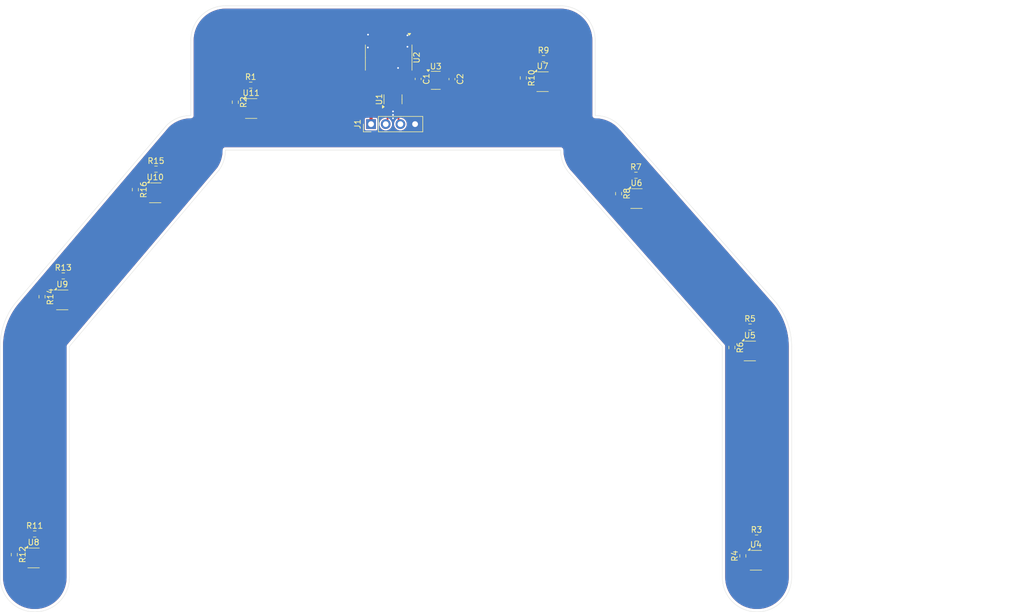
<source format=kicad_pcb>
(kicad_pcb (version 20241229) (generator "pcbnew") (generator_version "9.0")
  (layers (0 "F.Cu" signal) (2 "B.Cu" signal) (13 "F.Paste" user) (15 "B.Paste" user) (5 "F.SilkS" user "F.Silkscreen") (7 "B.SilkS" user "B.Silkscreen") (1 "F.Mask" user) (3 "B.Mask" user) (25 "Edge.Cuts" user))
  (net 0 "")
  (net 1 "Net-(U2-SC4)")
  (net 2 "Net-(U10-SDA)")
  (net 3 "Net-(U11-SDA)")
  (net 4 "Net-(U10-SCL)")
  (net 5 "GND")
  (net 7 "Net-(U2-SD5)")
  (net 8 "/SCL")
  (net 9 "Net-(U2-SC0)")
  (net 10 "/SDA")
  (net 11 "Net-(U2-SC1)")
  (net 12 "Net-(U2-SC2)")
  (net 13 "+3.3V")
  (net 14 "Net-(U2-SD4)")
  (net 15 "Net-(U2-SC3)")
  (net 16 "Net-(U2-SC5)")
  (net 17 "Net-(U11-SCL)")
  (net 18 "Net-(U2-SD1)")
  (net 19 "Net-(U2-SD0)")
  (net 20 "Net-(U2-SD2)")
  (net 21 "Net-(U2-SD3)")
  (net 23 "+1V8")
  (net 48 "Net-(J1-Pin_3)")
  (net 49 "Net-(J1-Pin_2)")
  (footprint "Resistor_SMD:R_0603_1608Metric" (layer "F.Cu") (at 73.4 82.85 -90)
    (property "Reference" "R16" (at 0 -1.43 90) (layer "F.SilkS"))
    (property "Value" "10K")
    (fp_line (start -0.237258 0.5225) (end 0.237258 0.5225) (stroke (width 0.12)) (layer "F.SilkS"))
    (fp_line (start -0.237258 -0.5225) (end 0.237258 -0.5225) (stroke (width 0.12)) (layer "F.SilkS"))
    (pad "1" smd roundrect (at -0.825 0 270) (size 0.8 0.95) (layers "F.Cu" "F.Mask" "F.Paste") (net 23 "+1V8"))
    (pad "2" smd roundrect (at 0.825 0 270) (size 0.8 0.95) (layers "F.Cu" "F.Mask" "F.Paste") (net 4 "Net-(U10-SCL)"))
  )
  (footprint "Resistor_SMD:R_0603_1608Metric" (layer "F.Cu") (at 57.25 101.4 -90)
    (property "Reference" "R14" (at 0 -1.43 90) (layer "F.SilkS"))
    (property "Value" "10K")
    (fp_line (start -0.237258 0.5225) (end 0.237258 0.5225) (stroke (width 0.12)) (layer "F.SilkS"))
    (fp_line (start -0.237258 -0.5225) (end 0.237258 -0.5225) (stroke (width 0.12)) (layer "F.SilkS"))
    (pad "1" smd roundrect (at -0.825 0 270) (size 0.8 0.95) (layers "F.Cu" "F.Mask" "F.Paste") (net 23 "+1V8"))
    (pad "2" smd roundrect (at 0.825 0 270) (size 0.8 0.95) (layers "F.Cu" "F.Mask" "F.Paste") (net 16 "Net-(U2-SC5)"))
  )
  (footprint "Package_LGA:AMS_OLGA-8_2x3.1mm_P0.8mm" (layer "F.Cu") (at 179.762 110.8)
    (property "Reference" "U5" (at 0 -2.7 0) (layer "F.SilkS"))
    (property "Value" "AS7343xDLG")
    (fp_line (start -1 1.71) (end 1 1.71) (stroke (width 0.12)) (layer "F.SilkS"))
    (fp_line (start -0.8 -1.71) (end 1 -1.71) (stroke (width 0.12)) (layer "F.SilkS"))
    (fp_poly (pts (xy -1 -1.71) (xy -1.36 -1.71) (xy -1 -2.07) (xy -1 -1.71)) (stroke (width 0.12)) (fill yes) (layer "F.SilkS"))
    (pad "1" smd roundrect (at -0.638 -1.2) (size 0.575 0.488) (layers "F.Cu" "F.Mask" "F.Paste") (roundrect_rratio 0) (chamfer_ratio 0.3625) (chamfer bottom_right) (net 23 "+1V8"))
    (pad "2" smd rect (at -0.638 -0.4) (size 0.575 0.488) (layers "F.Cu" "F.Mask" "F.Paste") (net 11 "Net-(U2-SC1)"))
    (pad "3" smd rect (at -0.638 0.4) (size 0.575 0.488) (layers "F.Cu" "F.Mask" "F.Paste") (net 5 "GND"))
    (pad "4" smd rect (at -0.638 1.2) (size 0.575 0.488) (layers "F.Cu" "F.Mask" "F.Paste"))
    (pad "5" smd rect (at 0.638 1.2) (size 0.575 0.488) (layers "F.Cu" "F.Mask" "F.Paste") (net 5 "GND"))
    (pad "6" smd rect (at 0.638 0.4) (size 0.575 0.488) (layers "F.Cu" "F.Mask" "F.Paste"))
    (pad "7" smd rect (at 0.638 -0.4) (size 0.575 0.488) (layers "F.Cu" "F.Mask" "F.Paste"))
    (pad "8" smd rect (at 0.638 -1.2) (size 0.575 0.488) (layers "F.Cu" "F.Mask" "F.Paste") (net 18 "Net-(U2-SD1)"))
  )
  (footprint "Package_LGA:AMS_OLGA-8_2x3.1mm_P0.8mm" (layer "F.Cu") (at 180.812 147.05)
    (property "Reference" "U4" (at 0 -2.7 0) (layer "F.SilkS"))
    (property "Value" "AS7343xDLG")
    (fp_line (start -1 1.71) (end 1 1.71) (stroke (width 0.12)) (layer "F.SilkS"))
    (fp_line (start -0.8 -1.71) (end 1 -1.71) (stroke (width 0.12)) (layer "F.SilkS"))
    (fp_poly (pts (xy -1 -1.71) (xy -1.36 -1.71) (xy -1 -2.07) (xy -1 -1.71)) (stroke (width 0.12)) (fill yes) (layer "F.SilkS"))
    (pad "1" smd roundrect (at -0.638 -1.2) (size 0.575 0.488) (layers "F.Cu" "F.Mask" "F.Paste") (roundrect_rratio 0) (chamfer_ratio 0.3625) (chamfer bottom_right) (net 23 "+1V8"))
    (pad "2" smd rect (at -0.638 -0.4) (size 0.575 0.488) (layers "F.Cu" "F.Mask" "F.Paste") (net 9 "Net-(U2-SC0)"))
    (pad "3" smd rect (at -0.638 0.4) (size 0.575 0.488) (layers "F.Cu" "F.Mask" "F.Paste") (net 5 "GND"))
    (pad "4" smd rect (at -0.638 1.2) (size 0.575 0.488) (layers "F.Cu" "F.Mask" "F.Paste"))
    (pad "5" smd rect (at 0.638 1.2) (size 0.575 0.488) (layers "F.Cu" "F.Mask" "F.Paste") (net 5 "GND"))
    (pad "6" smd rect (at 0.638 0.4) (size 0.575 0.488) (layers "F.Cu" "F.Mask" "F.Paste"))
    (pad "7" smd rect (at 0.638 -0.4) (size 0.575 0.488) (layers "F.Cu" "F.Mask" "F.Paste"))
    (pad "8" smd rect (at 0.638 -1.2) (size 0.575 0.488) (layers "F.Cu" "F.Mask" "F.Paste") (net 19 "Net-(U2-SD0)"))
  )
  (footprint "Package_LGA:AMS_OLGA-8_2x3.1mm_P0.8mm" (layer "F.Cu") (at 60.75 101.95)
    (property "Reference" "U9" (at 0 -2.7 0) (layer "F.SilkS"))
    (property "Value" "AS7343xDLG")
    (fp_line (start -1 1.71) (end 1 1.71) (stroke (width 0.12)) (layer "F.SilkS"))
    (fp_line (start -0.8 -1.71) (end 1 -1.71) (stroke (width 0.12)) (layer "F.SilkS"))
    (fp_poly (pts (xy -1 -1.71) (xy -1.36 -1.71) (xy -1 -2.07) (xy -1 -1.71)) (stroke (width 0.12)) (fill yes) (layer "F.SilkS"))
    (pad "1" smd roundrect (at -0.638 -1.2) (size 0.575 0.488) (layers "F.Cu" "F.Mask" "F.Paste") (roundrect_rratio 0) (chamfer_ratio 0.3625) (chamfer bottom_right) (net 23 "+1V8"))
    (pad "2" smd rect (at -0.638 -0.4) (size 0.575 0.488) (layers "F.Cu" "F.Mask" "F.Paste") (net 16 "Net-(U2-SC5)"))
    (pad "3" smd rect (at -0.638 0.4) (size 0.575 0.488) (layers "F.Cu" "F.Mask" "F.Paste") (net 5 "GND"))
    (pad "4" smd rect (at -0.638 1.2) (size 0.575 0.488) (layers "F.Cu" "F.Mask" "F.Paste"))
    (pad "5" smd rect (at 0.638 1.2) (size 0.575 0.488) (layers "F.Cu" "F.Mask" "F.Paste") (net 5 "GND"))
    (pad "6" smd rect (at 0.638 0.4) (size 0.575 0.488) (layers "F.Cu" "F.Mask" "F.Paste"))
    (pad "7" smd rect (at 0.638 -0.4) (size 0.575 0.488) (layers "F.Cu" "F.Mask" "F.Paste"))
    (pad "8" smd rect (at 0.638 -1.2) (size 0.575 0.488) (layers "F.Cu" "F.Mask" "F.Paste") (net 7 "Net-(U2-SD5)"))
  )
  (footprint "Package_LGA:AMS_OLGA-8_2x3.1mm_P0.8mm" (layer "F.Cu") (at 160.138 84.4)
    (property "Reference" "U6" (at 0 -2.7 0) (layer "F.SilkS"))
    (property "Value" "AS7343xDLG")
    (fp_line (start -1 1.71) (end 1 1.71) (stroke (width 0.12)) (layer "F.SilkS"))
    (fp_line (start -0.8 -1.71) (end 1 -1.71) (stroke (width 0.12)) (layer "F.SilkS"))
    (fp_poly (pts (xy -1 -1.71) (xy -1.36 -1.71) (xy -1 -2.07) (xy -1 -1.71)) (stroke (width 0.12)) (fill yes) (layer "F.SilkS"))
    (pad "1" smd roundrect (at -0.638 -1.2) (size 0.575 0.488) (layers "F.Cu" "F.Mask" "F.Paste") (roundrect_rratio 0) (chamfer_ratio 0.3625) (chamfer bottom_right) (net 23 "+1V8"))
    (pad "2" smd rect (at -0.638 -0.4) (size 0.575 0.488) (layers "F.Cu" "F.Mask" "F.Paste") (net 12 "Net-(U2-SC2)"))
    (pad "3" smd rect (at -0.638 0.4) (size 0.575 0.488) (layers "F.Cu" "F.Mask" "F.Paste") (net 5 "GND"))
    (pad "4" smd rect (at -0.638 1.2) (size 0.575 0.488) (layers "F.Cu" "F.Mask" "F.Paste"))
    (pad "5" smd rect (at 0.638 1.2) (size 0.575 0.488) (layers "F.Cu" "F.Mask" "F.Paste") (net 5 "GND"))
    (pad "6" smd rect (at 0.638 0.4) (size 0.575 0.488) (layers "F.Cu" "F.Mask" "F.Paste"))
    (pad "7" smd rect (at 0.638 -0.4) (size 0.575 0.488) (layers "F.Cu" "F.Mask" "F.Paste"))
    (pad "8" smd rect (at 0.638 -1.2) (size 0.575 0.488) (layers "F.Cu" "F.Mask" "F.Paste") (net 20 "Net-(U2-SD2)"))
  )
  (footprint "Package_LGA:AMS_OLGA-8_2x3.1mm_P0.8mm" (layer "F.Cu") (at 143.888 64.15)
    (property "Reference" "U7" (at 0 -2.7 0) (layer "F.SilkS"))
    (property "Value" "AS7343xDLG")
    (fp_line (start -1 1.71) (end 1 1.71) (stroke (width 0.12)) (layer "F.SilkS"))
    (fp_line (start -0.8 -1.71) (end 1 -1.71) (stroke (width 0.12)) (layer "F.SilkS"))
    (fp_poly (pts (xy -1 -1.71) (xy -1.36 -1.71) (xy -1 -2.07) (xy -1 -1.71)) (stroke (width 0.12)) (fill yes) (layer "F.SilkS"))
    (pad "1" smd roundrect (at -0.638 -1.2) (size 0.575 0.488) (layers "F.Cu" "F.Mask" "F.Paste") (roundrect_rratio 0) (chamfer_ratio 0.3625) (chamfer bottom_right) (net 23 "+1V8"))
    (pad "2" smd rect (at -0.638 -0.4) (size 0.575 0.488) (layers "F.Cu" "F.Mask" "F.Paste") (net 15 "Net-(U2-SC3)"))
    (pad "3" smd rect (at -0.638 0.4) (size 0.575 0.488) (layers "F.Cu" "F.Mask" "F.Paste") (net 5 "GND"))
    (pad "4" smd rect (at -0.638 1.2) (size 0.575 0.488) (layers "F.Cu" "F.Mask" "F.Paste"))
    (pad "5" smd rect (at 0.638 1.2) (size 0.575 0.488) (layers "F.Cu" "F.Mask" "F.Paste") (net 5 "GND"))
    (pad "6" smd rect (at 0.638 0.4) (size 0.575 0.488) (layers "F.Cu" "F.Mask" "F.Paste"))
    (pad "7" smd rect (at 0.638 -0.4) (size 0.575 0.488) (layers "F.Cu" "F.Mask" "F.Paste"))
    (pad "8" smd rect (at 0.638 -1.2) (size 0.575 0.488) (layers "F.Cu" "F.Mask" "F.Paste") (net 21 "Net-(U2-SD3)"))
  )
  (footprint "Resistor_SMD:R_0603_1608Metric" (layer "F.Cu") (at 157.05 83.55 -90)
    (property "Reference" "R8" (at 0 -1.43 90) (layer "F.SilkS"))
    (property "Value" "10K")
    (fp_line (start -0.237258 0.5225) (end 0.237258 0.5225) (stroke (width 0.12)) (layer "F.SilkS"))
    (fp_line (start -0.237258 -0.5225) (end 0.237258 -0.5225) (stroke (width 0.12)) (layer "F.SilkS"))
    (pad "1" smd roundrect (at -0.825 0 270) (size 0.8 0.95) (layers "F.Cu" "F.Mask" "F.Paste") (net 23 "+1V8"))
    (pad "2" smd roundrect (at 0.825 0 270) (size 0.8 0.95) (layers "F.Cu" "F.Mask" "F.Paste") (net 12 "Net-(U2-SC2)"))
  )
  (footprint "Capacitor_SMD:C_0603_1608Metric" (layer "F.Cu") (at 128.2 63.7 -90)
    (property "Reference" "C2" (at 0 -1.43 90) (layer "F.SilkS"))
    (property "Value" "1µF")
    (fp_line (start -0.14058 0.51) (end 0.14058 0.51) (stroke (width 0.12)) (layer "F.SilkS"))
    (fp_line (start -0.14058 -0.51) (end 0.14058 -0.51) (stroke (width 0.12)) (layer "F.SilkS"))
    (pad "1" smd roundrect (at -0.775 0 270) (size 0.9 0.95) (layers "F.Cu" "F.Mask" "F.Paste") (net 23 "+1V8"))
    (pad "2" smd roundrect (at 0.775 0 270) (size 0.9 0.95) (layers "F.Cu" "F.Mask" "F.Paste") (net 5 "GND"))
  )
  (footprint "Connector_PinHeader_2.54mm:PinHeader_1x04_P2.54mm_Vertical" (layer "F.Cu") (at 114.2 71.5 90)
    (property "Reference" "J1" (at 0 -2.33 90) (layer "F.SilkS"))
    (property "Value" "Conn_01x04_Pin")
    (fp_line (start -1.33 -1.33) (end 0 -1.33) (stroke (width 0.12)) (layer "F.SilkS"))
    (fp_line (start -1.33 0) (end -1.33 -1.33) (stroke (width 0.12)) (layer "F.SilkS"))
    (fp_line (start 1.33 1.27) (end 1.33 8.95) (stroke (width 0.12)) (layer "F.SilkS"))
    (fp_line (start -1.33 1.27) (end 1.33 1.27) (stroke (width 0.12)) (layer "F.SilkS"))
    (fp_line (start -1.33 1.27) (end -1.33 8.95) (stroke (width 0.12)) (layer "F.SilkS"))
    (fp_line (start -1.33 8.95) (end 1.33 8.95) (stroke (width 0.12)) (layer "F.SilkS"))
    (pad "1" thru_hole rect (at 0 0 90) (size 1.7 1.7) (drill 1) (layers "*.Cu" "*.Mask") (net 13 "+3.3V"))
    (pad "2" thru_hole oval (at 0 2.54 90) (size 1.7 1.7) (drill 1) (layers "*.Cu" "*.Mask") (net 49 "Net-(J1-Pin_2)"))
    (pad "3" thru_hole oval (at 0 5.08 90) (size 1.7 1.7) (drill 1) (layers "*.Cu" "*.Mask") (net 48 "Net-(J1-Pin_3)"))
    (pad "4" thru_hole oval (at 0 7.62 90) (size 1.7 1.7) (drill 1) (layers "*.Cu" "*.Mask") (net 5 "GND"))
  )
  (footprint "Package_LGA:AMS_OLGA-8_2x3.1mm_P0.8mm" (layer "F.Cu") (at 76.838 83.4)
    (property "Reference" "U10" (at 0 -2.7 0) (layer "F.SilkS"))
    (property "Value" "AS7343xDLG")
    (fp_line (start -1 1.71) (end 1 1.71) (stroke (width 0.12)) (layer "F.SilkS"))
    (fp_line (start -0.8 -1.71) (end 1 -1.71) (stroke (width 0.12)) (layer "F.SilkS"))
    (fp_poly (pts (xy -1 -1.71) (xy -1.36 -1.71) (xy -1 -2.07) (xy -1 -1.71)) (stroke (width 0.12)) (fill yes) (layer "F.SilkS"))
    (pad "1" smd roundrect (at -0.638 -1.2) (size 0.575 0.488) (layers "F.Cu" "F.Mask" "F.Paste") (roundrect_rratio 0) (chamfer_ratio 0.3625) (chamfer bottom_right) (net 23 "+1V8"))
    (pad "2" smd rect (at -0.638 -0.4) (size 0.575 0.488) (layers "F.Cu" "F.Mask" "F.Paste") (net 4 "Net-(U10-SCL)"))
    (pad "3" smd rect (at -0.638 0.4) (size 0.575 0.488) (layers "F.Cu" "F.Mask" "F.Paste") (net 5 "GND"))
    (pad "4" smd rect (at -0.638 1.2) (size 0.575 0.488) (layers "F.Cu" "F.Mask" "F.Paste"))
    (pad "5" smd rect (at 0.638 1.2) (size 0.575 0.488) (layers "F.Cu" "F.Mask" "F.Paste") (net 5 "GND"))
    (pad "6" smd rect (at 0.638 0.4) (size 0.575 0.488) (layers "F.Cu" "F.Mask" "F.Paste"))
    (pad "7" smd rect (at 0.638 -0.4) (size 0.575 0.488) (layers "F.Cu" "F.Mask" "F.Paste"))
    (pad "8" smd rect (at 0.638 -1.2) (size 0.575 0.488) (layers "F.Cu" "F.Mask" "F.Paste") (net 2 "Net-(U10-SDA)"))
  )
  (footprint "Resistor_SMD:R_0603_1608Metric" (layer "F.Cu") (at 90.7 67.7 -90)
    (property "Reference" "R2" (at 0 -1.43 90) (layer "F.SilkS"))
    (property "Value" "10K")
    (fp_line (start -0.237258 0.5225) (end 0.237258 0.5225) (stroke (width 0.12)) (layer "F.SilkS"))
    (fp_line (start -0.237258 -0.5225) (end 0.237258 -0.5225) (stroke (width 0.12)) (layer "F.SilkS"))
    (pad "1" smd roundrect (at -0.825 0 270) (size 0.8 0.95) (layers "F.Cu" "F.Mask" "F.Paste") (net 23 "+1V8"))
    (pad "2" smd roundrect (at 0.825 0 270) (size 0.8 0.95) (layers "F.Cu" "F.Mask" "F.Paste") (net 17 "Net-(U11-SCL)"))
  )
  (footprint "Package_TO_SOT_SMD:SOT-23-5" (layer "F.Cu") (at 125.4 63.91)
    (property "Reference" "U3" (at 0 -2.4 0) (layer "F.SilkS"))
    (property "Value" "TLV75718PDBV")
    (fp_line (start 0 -1.56) (end -0.8 -1.56) (stroke (width 0.12)) (layer "F.SilkS"))
    (fp_line (start 0 -1.56) (end 0.8 -1.56) (stroke (width 0.12)) (layer "F.SilkS"))
    (fp_line (start 0 1.56) (end -0.8 1.56) (stroke (width 0.12)) (layer "F.SilkS"))
    (fp_line (start 0 1.56) (end 0.8 1.56) (stroke (width 0.12)) (layer "F.SilkS"))
    (fp_poly (pts (xy -1.3 -1.51) (xy -1.54 -1.84) (xy -1.06 -1.84) (xy -1.3 -1.51)) (stroke (width 0.12)) (fill yes) (layer "F.SilkS"))
    (pad "1" smd roundrect (at -1.1375 -0.95) (size 1.325 0.6) (layers "F.Cu" "F.Mask" "F.Paste") (net 13 "+3.3V"))
    (pad "2" smd roundrect (at -1.1375 0) (size 1.325 0.6) (layers "F.Cu" "F.Mask" "F.Paste") (net 5 "GND"))
    (pad "3" smd roundrect (at -1.1375 0.95) (size 1.325 0.6) (layers "F.Cu" "F.Mask" "F.Paste") (net 13 "+3.3V"))
    (pad "4" smd roundrect (at 1.1375 0.95) (size 1.325 0.6) (layers "F.Cu" "F.Mask" "F.Paste"))
    (pad "5" smd roundrect (at 1.1375 -0.95) (size 1.325 0.6) (layers "F.Cu" "F.Mask" "F.Paste") (net 23 "+1V8"))
  )
  (footprint "Resistor_SMD:R_0603_1608Metric" (layer "F.Cu") (at 76.975 79.3)
    (property "Reference" "R15" (at 0 -1.43 0) (layer "F.SilkS"))
    (property "Value" "10K")
    (fp_line (start -0.237258 -0.5225) (end 0.237258 -0.5225) (stroke (width 0.12)) (layer "F.SilkS"))
    (fp_line (start -0.237258 0.5225) (end 0.237258 0.5225) (stroke (width 0.12)) (layer "F.SilkS"))
    (pad "1" smd roundrect (at -0.825 0) (size 0.8 0.95) (layers "F.Cu" "F.Mask" "F.Paste") (net 23 "+1V8"))
    (pad "2" smd roundrect (at 0.825 0) (size 0.8 0.95) (layers "F.Cu" "F.Mask" "F.Paste") (net 2 "Net-(U10-SDA)"))
  )
  (footprint "Resistor_SMD:R_0603_1608Metric" (layer "F.Cu") (at 93.375 64.75)
    (property "Reference" "R1" (at 0 -1.43 0) (layer "F.SilkS"))
    (property "Value" "10K")
    (fp_line (start -0.237258 -0.5225) (end 0.237258 -0.5225) (stroke (width 0.12)) (layer "F.SilkS"))
    (fp_line (start -0.237258 0.5225) (end 0.237258 0.5225) (stroke (width 0.12)) (layer "F.SilkS"))
    (pad "1" smd roundrect (at -0.825 0) (size 0.8 0.95) (layers "F.Cu" "F.Mask" "F.Paste") (net 23 "+1V8"))
    (pad "2" smd roundrect (at 0.825 0) (size 0.8 0.95) (layers "F.Cu" "F.Mask" "F.Paste") (net 3 "Net-(U11-SDA)"))
  )
  (footprint "Resistor_SMD:R_0603_1608Metric" (layer "F.Cu") (at 60.925 97.8)
    (property "Reference" "R13" (at 0 -1.43 0) (layer "F.SilkS"))
    (property "Value" "10K")
    (fp_line (start -0.237258 -0.5225) (end 0.237258 -0.5225) (stroke (width 0.12)) (layer "F.SilkS"))
    (fp_line (start -0.237258 0.5225) (end 0.237258 0.5225) (stroke (width 0.12)) (layer "F.SilkS"))
    (pad "1" smd roundrect (at -0.825 0) (size 0.8 0.95) (layers "F.Cu" "F.Mask" "F.Paste") (net 23 "+1V8"))
    (pad "2" smd roundrect (at 0.825 0) (size 0.8 0.95) (layers "F.Cu" "F.Mask" "F.Paste") (net 7 "Net-(U2-SD5)"))
  )
  (footprint "Package_TO_SOT_SMD:SOT-23-6" (layer "F.Cu") (at 118 67.2 90)
    (property "Reference" "U1" (at 0 -2.4 90) (layer "F.SilkS"))
    (property "Value" "USBLC6-2SC6")
    (fp_line (start 0 -1.56) (end 0.8 -1.56) (stroke (width 0.12)) (layer "F.SilkS"))
    (fp_line (start 0 -1.56) (end -0.8 -1.56) (stroke (width 0.12)) (layer "F.SilkS"))
    (fp_line (start 0 1.56) (end 0.8 1.56) (stroke (width 0.12)) (layer "F.SilkS"))
    (fp_line (start 0 1.56) (end -0.8 1.56) (stroke (width 0.12)) (layer "F.SilkS"))
    (fp_poly (pts (xy -1.3 -1.51) (xy -1.54 -1.84) (xy -1.06 -1.84) (xy -1.3 -1.51)) (stroke (width 0.12)) (fill yes) (layer "F.SilkS"))
    (pad "1" smd roundrect (at -1.1375 -0.95 90) (size 1.325 0.6) (layers "F.Cu" "F.Mask" "F.Paste") (net 49 "Net-(J1-Pin_2)"))
    (pad "2" smd roundrect (at -1.1375 0 90) (size 1.325 0.6) (layers "F.Cu" "F.Mask" "F.Paste") (net 5 "GND"))
    (pad "3" smd roundrect (at -1.1375 0.95 90) (size 1.325 0.6) (layers "F.Cu" "F.Mask" "F.Paste") (net 48 "Net-(J1-Pin_3)"))
    (pad "4" smd roundrect (at 1.1375 0.95 90) (size 1.325 0.6) (layers "F.Cu" "F.Mask" "F.Paste") (net 10 "/SDA"))
    (pad "5" smd roundrect (at 1.1375 0 90) (size 1.325 0.6) (layers "F.Cu" "F.Mask" "F.Paste") (net 13 "+3.3V"))
    (pad "6" smd roundrect (at 1.1375 -0.95 90) (size 1.325 0.6) (layers "F.Cu" "F.Mask" "F.Paste") (net 8 "/SCL"))
  )
  (footprint "Resistor_SMD:R_0603_1608Metric" (layer "F.Cu") (at 144.05 60.15)
    (property "Reference" "R9" (at 0 -1.43 0) (layer "F.SilkS"))
    (property "Value" "10K")
    (fp_line (start -0.237258 -0.5225) (end 0.237258 -0.5225) (stroke (width 0.12)) (layer "F.SilkS"))
    (fp_line (start -0.237258 0.5225) (end 0.237258 0.5225) (stroke (width 0.12)) (layer "F.SilkS"))
    (pad "1" smd roundrect (at -0.825 0) (size 0.8 0.95) (layers "F.Cu" "F.Mask" "F.Paste") (net 23 "+1V8"))
    (pad "2" smd roundrect (at 0.825 0) (size 0.8 0.95) (layers "F.Cu" "F.Mask" "F.Paste") (net 21 "Net-(U2-SD3)"))
  )
  (footprint "Capacitor_SMD:C_0603_1608Metric" (layer "F.Cu") (at 122.35 63.675 -90)
    (property "Reference" "C1" (at 0 -1.43 90) (layer "F.SilkS"))
    (property "Value" "1µF")
    (fp_line (start -0.14058 0.51) (end 0.14058 0.51) (stroke (width 0.12)) (layer "F.SilkS"))
    (fp_line (start -0.14058 -0.51) (end 0.14058 -0.51) (stroke (width 0.12)) (layer "F.SilkS"))
    (pad "1" smd roundrect (at -0.775 0 270) (size 0.9 0.95) (layers "F.Cu" "F.Mask" "F.Paste") (net 13 "+3.3V"))
    (pad "2" smd roundrect (at 0.775 0 270) (size 0.9 0.95) (layers "F.Cu" "F.Mask" "F.Paste") (net 5 "GND"))
  )
  (footprint "Resistor_SMD:R_0603_1608Metric" (layer "F.Cu") (at 178.55 146.3 -90)
    (property "Reference" "R4" (at 0 1.4 90) (layer "F.SilkS"))
    (property "Value" "10K")
    (fp_line (start -0.237258 0.5225) (end 0.237258 0.5225) (stroke (width 0.12)) (layer "F.SilkS"))
    (fp_line (start -0.237258 -0.5225) (end 0.237258 -0.5225) (stroke (width 0.12)) (layer "F.SilkS"))
    (pad "1" smd roundrect (at -0.825 0 270) (size 0.8 0.95) (layers "F.Cu" "F.Mask" "F.Paste") (net 23 "+1V8"))
    (pad "2" smd roundrect (at 0.825 0 270) (size 0.8 0.95) (layers "F.Cu" "F.Mask" "F.Paste") (net 9 "Net-(U2-SC0)"))
  )
  (footprint "Package_LGA:AMS_OLGA-8_2x3.1mm_P0.8mm" (layer "F.Cu") (at 55.788 146.65)
    (property "Reference" "U8" (at 0 -2.7 0) (layer "F.SilkS"))
    (property "Value" "AS7343xDLG")
    (fp_line (start -1 1.71) (end 1 1.71) (stroke (width 0.12)) (layer "F.SilkS"))
    (fp_line (start -0.8 -1.71) (end 1 -1.71) (stroke (width 0.12)) (layer "F.SilkS"))
    (fp_poly (pts (xy -1 -1.71) (xy -1.36 -1.71) (xy -1 -2.07) (xy -1 -1.71)) (stroke (width 0.12)) (fill yes) (layer "F.SilkS"))
    (pad "1" smd roundrect (at -0.638 -1.2) (size 0.575 0.488) (layers "F.Cu" "F.Mask" "F.Paste") (roundrect_rratio 0) (chamfer_ratio 0.3625) (chamfer bottom_right) (net 23 "+1V8"))
    (pad "2" smd rect (at -0.638 -0.4) (size 0.575 0.488) (layers "F.Cu" "F.Mask" "F.Paste") (net 1 "Net-(U2-SC4)"))
    (pad "3" smd rect (at -0.638 0.4) (size 0.575 0.488) (layers "F.Cu" "F.Mask" "F.Paste") (net 5 "GND"))
    (pad "4" smd rect (at -0.638 1.2) (size 0.575 0.488) (layers "F.Cu" "F.Mask" "F.Paste"))
    (pad "5" smd rect (at 0.638 1.2) (size 0.575 0.488) (layers "F.Cu" "F.Mask" "F.Paste") (net 5 "GND"))
    (pad "6" smd rect (at 0.638 0.4) (size 0.575 0.488) (layers "F.Cu" "F.Mask" "F.Paste"))
    (pad "7" smd rect (at 0.638 -0.4) (size 0.575 0.488) (layers "F.Cu" "F.Mask" "F.Paste"))
    (pad "8" smd rect (at 0.638 -1.2) (size 0.575 0.488) (layers "F.Cu" "F.Mask" "F.Paste") (net 14 "Net-(U2-SD4)"))
  )
  (footprint "Package_LGA:AMS_OLGA-8_2x3.1mm_P0.8mm" (layer "F.Cu") (at 93.447 68.8)
    (property "Reference" "U11" (at 0 -2.7 0) (layer "F.SilkS"))
    (property "Value" "AS7343xDLG")
    (fp_line (start -1 1.71) (end 1 1.71) (stroke (width 0.12)) (layer "F.SilkS"))
    (fp_line (start -0.8 -1.71) (end 1 -1.71) (stroke (width 0.12)) (layer "F.SilkS"))
    (fp_poly (pts (xy -1 -1.71) (xy -1.36 -1.71) (xy -1 -2.07) (xy -1 -1.71)) (stroke (width 0.12)) (fill yes) (layer "F.SilkS"))
    (pad "1" smd roundrect (at -0.638 -1.2) (size 0.575 0.488) (layers "F.Cu" "F.Mask" "F.Paste") (roundrect_rratio 0) (chamfer_ratio 0.3625) (chamfer bottom_right) (net 23 "+1V8"))
    (pad "2" smd rect (at -0.638 -0.4) (size 0.575 0.488) (layers "F.Cu" "F.Mask" "F.Paste") (net 17 "Net-(U11-SCL)"))
    (pad "3" smd rect (at -0.638 0.4) (size 0.575 0.488) (layers "F.Cu" "F.Mask" "F.Paste") (net 5 "GND"))
    (pad "4" smd rect (at -0.638 1.2) (size 0.575 0.488) (layers "F.Cu" "F.Mask" "F.Paste"))
    (pad "5" smd rect (at 0.638 1.2) (size 0.575 0.488) (layers "F.Cu" "F.Mask" "F.Paste") (net 5 "GND"))
    (pad "6" smd rect (at 0.638 0.4) (size 0.575 0.488) (layers "F.Cu" "F.Mask" "F.Paste"))
    (pad "7" smd rect (at 0.638 -0.4) (size 0.575 0.488) (layers "F.Cu" "F.Mask" "F.Paste"))
    (pad "8" smd rect (at 0.638 -1.2) (size 0.575 0.488) (layers "F.Cu" "F.Mask" "F.Paste") (net 3 "Net-(U11-SDA)"))
  )
  (footprint "Resistor_SMD:R_0603_1608Metric" (layer "F.Cu") (at 140.55 63.5 -90)
    (property "Reference" "R10" (at 0 -1.43 90) (layer "F.SilkS"))
    (property "Value" "10K")
    (fp_line (start -0.237258 0.5225) (end 0.237258 0.5225) (stroke (width 0.12)) (layer "F.SilkS"))
    (fp_line (start -0.237258 -0.5225) (end 0.237258 -0.5225) (stroke (width 0.12)) (layer "F.SilkS"))
    (pad "1" smd roundrect (at -0.825 0 270) (size 0.8 0.95) (layers "F.Cu" "F.Mask" "F.Paste") (net 23 "+1V8"))
    (pad "2" smd roundrect (at 0.825 0 270) (size 0.8 0.95) (layers "F.Cu" "F.Mask" "F.Paste") (net 15 "Net-(U2-SC3)"))
  )
  (footprint "Resistor_SMD:R_0603_1608Metric" (layer "F.Cu") (at 160.05 80.35)
    (property "Reference" "R7" (at 0 -1.43 0) (layer "F.SilkS"))
    (property "Value" "10K")
    (fp_line (start -0.237258 -0.5225) (end 0.237258 -0.5225) (stroke (width 0.12)) (layer "F.SilkS"))
    (fp_line (start -0.237258 0.5225) (end 0.237258 0.5225) (stroke (width 0.12)) (layer "F.SilkS"))
    (pad "1" smd roundrect (at -0.825 0) (size 0.8 0.95) (layers "F.Cu" "F.Mask" "F.Paste") (net 23 "+1V8"))
    (pad "2" smd roundrect (at 0.825 0) (size 0.8 0.95) (layers "F.Cu" "F.Mask" "F.Paste") (net 20 "Net-(U2-SD2)"))
  )
  (footprint "Resistor_SMD:R_0603_1608Metric" (layer "F.Cu") (at 55.975 142.5)
    (property "Reference" "R11" (at 0 -1.43 0) (layer "F.SilkS"))
    (property "Value" "10K")
    (fp_line (start -0.237258 -0.5225) (end 0.237258 -0.5225) (stroke (width 0.12)) (layer "F.SilkS"))
    (fp_line (start -0.237258 0.5225) (end 0.237258 0.5225) (stroke (width 0.12)) (layer "F.SilkS"))
    (pad "1" smd roundrect (at -0.825 0) (size 0.8 0.95) (layers "F.Cu" "F.Mask" "F.Paste") (net 23 "+1V8"))
    (pad "2" smd roundrect (at 0.825 0) (size 0.8 0.95) (layers "F.Cu" "F.Mask" "F.Paste") (net 14 "Net-(U2-SD4)"))
  )
  (footprint "Resistor_SMD:R_0603_1608Metric" (layer "F.Cu") (at 179.8 106.65)
    (property "Reference" "R5" (at 0 -1.43 0) (layer "F.SilkS"))
    (property "Value" "10K")
    (fp_line (start -0.237258 -0.5225) (end 0.237258 -0.5225) (stroke (width 0.12)) (layer "F.SilkS"))
    (fp_line (start -0.237258 0.5225) (end 0.237258 0.5225) (stroke (width 0.12)) (layer "F.SilkS"))
    (pad "1" smd roundrect (at -0.825 0) (size 0.8 0.95) (layers "F.Cu" "F.Mask" "F.Paste") (net 23 "+1V8"))
    (pad "2" smd roundrect (at 0.825 0) (size 0.8 0.95) (layers "F.Cu" "F.Mask" "F.Paste") (net 18 "Net-(U2-SD1)"))
  )
  (footprint "Resistor_SMD:R_0603_1608Metric" (layer "F.Cu") (at 176.65 110.2 -90)
    (property "Reference" "R6" (at 0 -1.43 90) (layer "F.SilkS"))
    (property "Value" "10K")
    (fp_line (start -0.237258 0.5225) (end 0.237258 0.5225) (stroke (width 0.12)) (layer "F.SilkS"))
    (fp_line (start -0.237258 -0.5225) (end 0.237258 -0.5225) (stroke (width 0.12)) (layer "F.SilkS"))
    (pad "1" smd roundrect (at -0.825 0 270) (size 0.8 0.95) (layers "F.Cu" "F.Mask" "F.Paste") (net 23 "+1V8"))
    (pad "2" smd roundrect (at 0.825 0 270) (size 0.8 0.95) (layers "F.Cu" "F.Mask" "F.Paste") (net 11 "Net-(U2-SC1)"))
  )
  (footprint "Resistor_SMD:R_0603_1608Metric" (layer "F.Cu") (at 180.925 143.2)
    (property "Reference" "R3" (at 0 -1.43 0) (layer "F.SilkS"))
    (property "Value" "10K")
    (fp_line (start -0.237258 -0.5225) (end 0.237258 -0.5225) (stroke (width 0.12)) (layer "F.SilkS"))
    (fp_line (start -0.237258 0.5225) (end 0.237258 0.5225) (stroke (width 0.12)) (layer "F.SilkS"))
    (pad "1" smd roundrect (at -0.825 0) (size 0.8 0.95) (layers "F.Cu" "F.Mask" "F.Paste") (net 23 "+1V8"))
    (pad "2" smd roundrect (at 0.825 0) (size 0.8 0.95) (layers "F.Cu" "F.Mask" "F.Paste") (net 19 "Net-(U2-SD0)"))
  )
  (footprint "Resistor_SMD:R_0603_1608Metric" (layer "F.Cu") (at 52.45 146.075 -90)
    (property "Reference" "R12" (at 0 -1.43 90) (layer "F.SilkS"))
    (property "Value" "10K")
    (fp_line (start -0.237258 0.5225) (end 0.237258 0.5225) (stroke (width 0.12)) (layer "F.SilkS"))
    (fp_line (start -0.237258 -0.5225) (end 0.237258 -0.5225) (stroke (width 0.12)) (layer "F.SilkS"))
    (pad "1" smd roundrect (at -0.825 0 270) (size 0.8 0.95) (layers "F.Cu" "F.Mask" "F.Paste") (net 23 "+1V8"))
    (pad "2" smd roundrect (at 0.825 0 270) (size 0.8 0.95) (layers "F.Cu" "F.Mask" "F.Paste") (net 1 "Net-(U2-SC4)"))
  )
  (footprint "Package_SO:TSSOP-24_4.4x7.8mm_P0.65mm" (layer "F.Cu") (at 117.25 59.975 -90)
    (property "Reference" "U2" (at 0 -4.85 90) (layer "F.SilkS"))
    (property "Value" "TCA9548APWR")
    (fp_line (start 0 4.035) (end -2.2 4.035) (stroke (width 0.12)) (layer "F.SilkS"))
    (fp_line (start 0 4.035) (end 2.2 4.035) (stroke (width 0.12)) (layer "F.SilkS"))
    (fp_line (start 0 -4.035) (end -2.2 -4.035) (stroke (width 0.12)) (layer "F.SilkS"))
    (fp_line (start 0 -4.035) (end 2.2 -4.035) (stroke (width 0.12)) (layer "F.SilkS"))
    (fp_poly (pts (xy -3.86 -3.575) (xy -4.19 -3.815) (xy -4.19 -3.335) (xy -3.86 -3.575)) (stroke (width 0.12)) (fill yes) (layer "F.SilkS"))
    (pad "1" smd roundrect (at -2.8625 -3.575 270) (size 1.475 0.4) (layers "F.Cu" "F.Mask" "F.Paste") (net 5 "GND"))
    (pad "2" smd roundrect (at -2.8625 -2.925 270) (size 1.475 0.4) (layers "F.Cu" "F.Mask" "F.Paste") (net 5 "GND"))
    (pad "3" smd roundrect (at -2.8625 -2.275 270) (size 1.475 0.4) (layers "F.Cu" "F.Mask" "F.Paste"))
    (pad "4" smd roundrect (at -2.8625 -1.625 270) (size 1.475 0.4) (layers "F.Cu" "F.Mask" "F.Paste") (net 19 "Net-(U2-SD0)"))
    (pad "5" smd roundrect (at -2.8625 -0.975 270) (size 1.475 0.4) (layers "F.Cu" "F.Mask" "F.Paste") (net 9 "Net-(U2-SC0)"))
    (pad "6" smd roundrect (at -2.8625 -0.325 270) (size 1.475 0.4) (layers "F.Cu" "F.Mask" "F.Paste") (net 18 "Net-(U2-SD1)"))
    (pad "7" smd roundrect (at -2.8625 0.325 270) (size 1.475 0.4) (layers "F.Cu" "F.Mask" "F.Paste") (net 11 "Net-(U2-SC1)"))
    (pad "8" smd roundrect (at -2.8625 0.975 270) (size 1.475 0.4) (layers "F.Cu" "F.Mask" "F.Paste") (net 20 "Net-(U2-SD2)"))
    (pad "9" smd roundrect (at -2.8625 1.625 270) (size 1.475 0.4) (layers "F.Cu" "F.Mask" "F.Paste") (net 12 "Net-(U2-SC2)"))
    (pad "10" smd roundrect (at -2.8625 2.275 270) (size 1.475 0.4) (layers "F.Cu" "F.Mask" "F.Paste") (net 21 "Net-(U2-SD3)"))
    (pad "11" smd roundrect (at -2.8625 2.925 270) (size 1.475 0.4) (layers "F.Cu" "F.Mask" "F.Paste") (net 15 "Net-(U2-SC3)"))
    (pad "12" smd roundrect (at -2.8625 3.575 270) (size 1.475 0.4) (layers "F.Cu" "F.Mask" "F.Paste") (net 5 "GND"))
    (pad "13" smd roundrect (at 2.8625 3.575 270) (size 1.475 0.4) (layers "F.Cu" "F.Mask" "F.Paste") (net 14 "Net-(U2-SD4)"))
    (pad "14" smd roundrect (at 2.8625 2.925 270) (size 1.475 0.4) (layers "F.Cu" "F.Mask" "F.Paste") (net 1 "Net-(U2-SC4)"))
    (pad "15" smd roundrect (at 2.8625 2.275 270) (size 1.475 0.4) (layers "F.Cu" "F.Mask" "F.Paste") (net 7 "Net-(U2-SD5)"))
    (pad "16" smd roundrect (at 2.8625 1.625 270) (size 1.475 0.4) (layers "F.Cu" "F.Mask" "F.Paste") (net 16 "Net-(U2-SC5)"))
    (pad "17" smd roundrect (at 2.8625 0.975 270) (size 1.475 0.4) (layers "F.Cu" "F.Mask" "F.Paste") (net 2 "Net-(U10-SDA)"))
    (pad "18" smd roundrect (at 2.8625 0.325 270) (size 1.475 0.4) (layers "F.Cu" "F.Mask" "F.Paste") (net 4 "Net-(U10-SCL)"))
    (pad "19" smd roundrect (at 2.8625 -0.325 270) (size 1.475 0.4) (layers "F.Cu" "F.Mask" "F.Paste") (net 3 "Net-(U11-SDA)"))
    (pad "20" smd roundrect (at 2.8625 -0.975 270) (size 1.475 0.4) (layers "F.Cu" "F.Mask" "F.Paste") (net 17 "Net-(U11-SCL)"))
    (pad "21" smd roundrect (at 2.8625 -1.625 270) (size 1.475 0.4) (layers "F.Cu" "F.Mask" "F.Paste") (net 5 "GND"))
    (pad "22" smd roundrect (at 2.8625 -2.275 270) (size 1.475 0.4) (layers "F.Cu" "F.Mask" "F.Paste") (net 8 "/SCL"))
    (pad "23" smd roundrect (at 2.8625 -2.925 270) (size 1.475 0.4) (layers "F.Cu" "F.Mask" "F.Paste") (net 10 "/SDA"))
    (pad "24" smd roundrect (at 2.8625 -3.575 270) (size 1.475 0.4) (layers "F.Cu" "F.Mask" "F.Paste") (net 13 "+3.3V"))
  )
  (gr_line (start 62 110) (end 87.85 79.5) (stroke (width 0.05)) (layer "Edge.Cuts"))
  (gr_line (start 175 110) (end 148.55 80) (stroke (width 0.05)) (layer "Edge.Cuts"))
  (gr_line (start 89 76) (end 147 76) (stroke (width 0.05)) (layer "Edge.Cuts"))
  (gr_arc (start 153.000001 70.000001) (mid 155.489956 70.541053) (end 157.530847 72.066628) (stroke (width 0.05)) (layer "Edge.Cuts"))
  (gr_arc (start 147 51) (mid 151.242641 52.757359) (end 153 57) (stroke (width 0.05)) (layer "Edge.Cuts"))
  (gr_line (start 83 57) (end 83 70) (stroke (width 0.05)) (layer "Edge.Cuts"))
  (gr_line (start 183.996587 102.05888) (end 157.55 72.05) (stroke (width 0.05)) (layer "Edge.Cuts"))
  (gr_line (start 118 51) (end 89 51) (stroke (width 0.05)) (layer "Edge.Cuts"))
  (gr_arc (start 183.996587 102.058878) (mid 186.22406 105.754947) (end 187 110) (stroke (width 0.05)) (layer "Edge.Cuts"))
  (gr_line (start 175 110) (end 175 150) (stroke (width 0.05)) (layer "Edge.Cuts"))
  (gr_arc (start 50 110) (mid 50.77594 105.754947) (end 53.003413 102.058878) (stroke (width 0.05)) (layer "Edge.Cuts"))
  (gr_line (start 118 51) (end 147 51) (stroke (width 0.05)) (layer "Edge.Cuts"))
  (gr_line (start 53.003413 102.058878) (end 78.95 71.55) (stroke (width 0.05)) (layer "Edge.Cuts"))
  (gr_line (start 187 150) (end 187 110) (stroke (width 0.05)) (layer "Edge.Cuts"))
  (gr_line (start 153 57) (end 153 70) (stroke (width 0.05)) (layer "Edge.Cuts"))
  (gr_arc (start 187 150) (mid 181 156) (end 175 150) (stroke (width 0.05)) (layer "Edge.Cuts"))
  (gr_line (start 50 150) (end 50 110) (stroke (width 0.05)) (layer "Edge.Cuts"))
  (gr_arc (start 148.537743 80.011018) (mid 147.39761 78.147843) (end 147 76) (stroke (width 0.05)) (layer "Edge.Cuts"))
  (gr_arc (start 89.000001 76) (mid 88.709309 77.844941) (end 87.865398 79.511112) (stroke (width 0.05)) (layer "Edge.Cuts"))
  (gr_arc (start 62 150) (mid 56 156) (end 50 150) (stroke (width 0.05)) (layer "Edge.Cuts"))
  (gr_arc (start 78.961482 71.562616) (mid 80.834855 70.404274) (end 82.999999 69.999999) (stroke (width 0.05)) (layer "Edge.Cuts"))
  (gr_line (start 62 110) (end 62 150) (stroke (width 0.05)) (layer "Edge.Cuts"))
  (gr_arc (start 83 57) (mid 84.757359 52.757359) (end 89 51) (stroke (width 0.05)) (layer "Edge.Cuts"))
  (segment (start 124.2625 63.91) (end 122.89 63.91) (width 0.6) (layer "F.Cu") (net 5))
  (segment (start 122.89 63.91) (end 122.35 64.45) (width 0.6) (layer "F.Cu") (net 5))
  (via (at 120.5 56.125) (size 0.6) (drill 0.3) (layers "F.Cu" "B.Cu") (net 5))
  (via (at 113.675 56) (size 0.6) (drill 0.3) (layers "F.Cu" "B.Cu") (net 5))
  (via (at 118.875 61.775) (size 0.6) (drill 0.3) (layers "F.Cu" "B.Cu") (net 5))
  (via (at 118 70.5) (size 0.6) (drill 0.3) (layers "F.Cu" "B.Cu") (net 5))
  (via (at 118 69.3) (size 0.6) (drill 0.3) (layers "F.Cu" "B.Cu") (net 5))
  (via (at 113.65 58.225) (size 0.6) (drill 0.3) (layers "F.Cu" "B.Cu") (net 5))
  (via (at 120.5 58.1) (size 0.6) (drill 0.3) (layers "F.Cu" "B.Cu") (net 5))
  (via (at 118 69.9) (size 0.6) (drill 0.3) (layers "F.Cu" "B.Cu") (net 5))
  (segment (start 119.525 63.574999) (end 119.525 62.8375) (width 0.3) (layer "F.Cu") (net 8))
  (segment (start 118.585418 63.926) (end 119.173999 63.926) (width 0.3) (layer "F.Cu") (net 8))
  (segment (start 119.173999 63.926) (end 119.525 63.574999) (width 0.3) (layer "F.Cu") (net 8))
  (segment (start 117.05 65.461418) (end 118.585418 63.926) (width 0.3) (layer "F.Cu") (net 8))
  (segment (start 117.05 66.0625) (end 117.05 65.461418) (width 0.3) (layer "F.Cu") (net 8))
  (segment (start 120.175 64.8375) (end 120.175 62.8375) (width 0.3) (layer "F.Cu") (net 10))
  (segment (start 118.95 66.0625) (end 120.175 64.8375) (width 0.3) (layer "F.Cu") (net 10))
  (segment (start 116.6 67.2) (end 114.2 69.6) (width 0.55) (layer "F.Cu") (net 13))
  (segment (start 116.60019 67.2) (end 116.6 67.2) (width 0.55) (layer "F.Cu") (net 13))
  (segment (start 117.974 67.2) (end 116.60019 67.2) (width 0.55) (layer "F.Cu") (net 13))
  (segment (start 122.35 62.9) (end 120.95 64.3) (width 0.55) (layer "F.Cu") (net 13))
  (segment (start 120.95 64.3) (end 120.95 65.614456) (width 0.55) (layer "F.Cu") (net 13))
  (segment (start 118 66.0625) (end 118 67.174) (width 0.6) (layer "F.Cu") (net 13))
  (segment (start 120.95 65.614456) (end 119.364456 67.2) (width 0.55) (layer "F.Cu") (net 13))
  (segment (start 118 67.174) (end 117.974 67.2) (width 0.55) (layer "F.Cu") (net 13))
  (segment (start 116.60019 67.2) (end 119.364456 67.2) (width 0.55) (layer "F.Cu") (net 13))
  (segment (start 114.2 69.6) (end 114.2 71.5) (width 0.55) (layer "F.Cu") (net 13))
  (segment (start 126.5375 62.96) (end 128.165 62.96) (width 0.6) (layer "F.Cu") (net 23))
  (segment (start 128.165 62.96) (end 128.2 62.925) (width 0.6) (layer "F.Cu") (net 23))
  (segment (start 118.95 71.17) (end 119.28 71.5) (width 0.3) (layer "F.Cu") (net 48))
  (segment (start 118.95 68.3375) (end 118.95 71.17) (width 0.3) (layer "F.Cu") (net 48))
  (segment (start 117.05 68.3375) (end 117.05 71.19) (width 0.3) (layer "F.Cu") (net 49))
  (segment (start 117.05 71.19) (end 116.74 71.5) (width 0.3) (layer "F.Cu") (net 49))
  (segment (start 117.05 71.17) (end 116.72 71.5) (width 0.2) (layer "F.Cu") (net 49))
  (zone (net 13) (net_name "+3.3V") (layer "F.Cu") (priority 1) (connect_pads yes (clearance 0.22)) (min_thickness 0.22) (fill yes (thermal_gap 0.5) (thermal_bridge_width 0.5))
    (polygon (pts (xy 123.5 64.45) (xy 123.5 65.25) (xy 125.75 65.25) (xy 125.75 62) (xy 120.5 62) (xy 120.5 63.825) (xy 121.825 63.825) (xy 123.35 63.4) (xy 125 63.4) (xy 125 64.45)))
  )
  (zone (net 5) (net_name "GND") (layers "F.Cu" "B.Cu") (connect_pads yes (clearance 0.25)) (min_thickness 0.25) (fill yes (thermal_gap 0.5) (thermal_bridge_width 0.5))
    (polygon (pts (xy 187 156) (xy 187 50) (xy 50 50) (xy 50 156)))
  )
)
</source>
